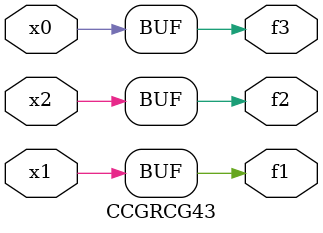
<source format=v>
module CCGRCG43(
	input x0, x1, x2,
	output f1, f2, f3
);
	assign f1 = x1;
	assign f2 = x2;
	assign f3 = x0;
endmodule

</source>
